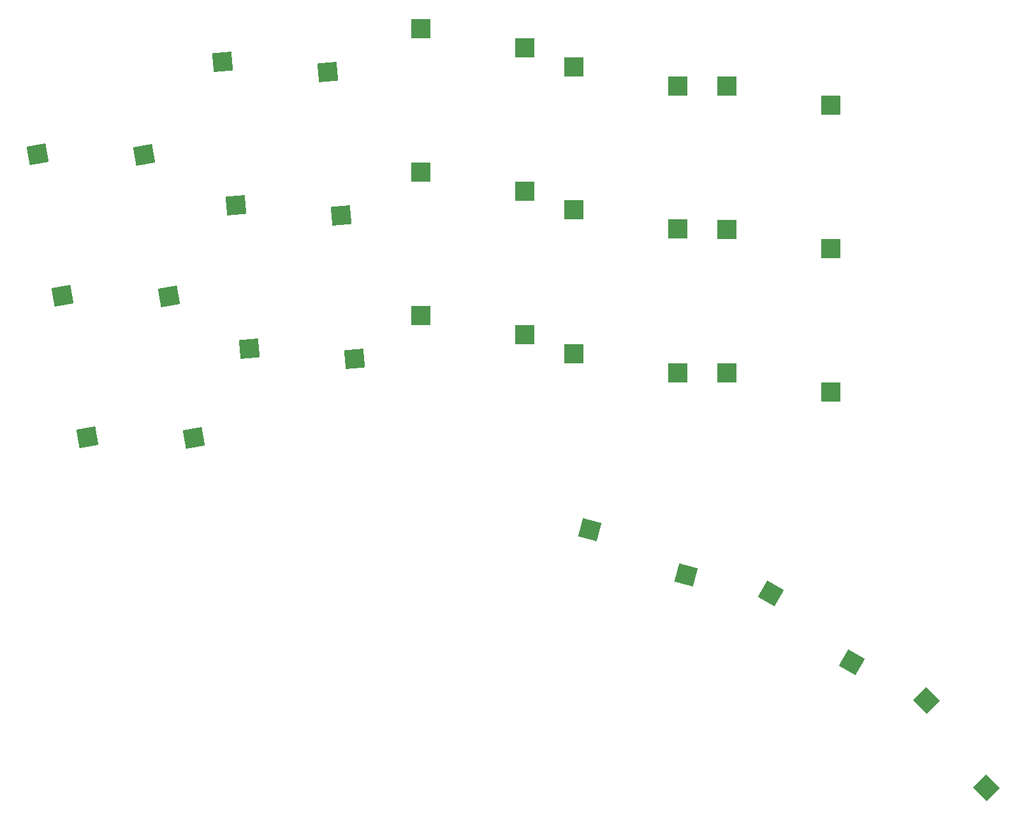
<source format=gtp>
%TF.GenerationSoftware,KiCad,Pcbnew,(6.0.7)*%
%TF.CreationDate,2022-09-04T15:55:50+05:30*%
%TF.ProjectId,burp_fart,62757270-5f66-4617-9274-2e6b69636164,rev?*%
%TF.SameCoordinates,Original*%
%TF.FileFunction,Paste,Top*%
%TF.FilePolarity,Positive*%
%FSLAX46Y46*%
G04 Gerber Fmt 4.6, Leading zero omitted, Abs format (unit mm)*
G04 Created by KiCad (PCBNEW (6.0.7)) date 2022-09-04 15:55:50*
%MOMM*%
%LPD*%
G01*
G04 APERTURE LIST*
G04 Aperture macros list*
%AMRotRect*
0 Rectangle, with rotation*
0 The origin of the aperture is its center*
0 $1 length*
0 $2 width*
0 $3 Rotation angle, in degrees counterclockwise*
0 Add horizontal line*
21,1,$1,$2,0,0,$3*%
G04 Aperture macros list end*
%ADD10RotRect,2.550000X2.500000X135.000000*%
%ADD11R,2.550000X2.500000*%
%ADD12RotRect,2.550000X2.500000X150.000000*%
%ADD13RotRect,2.550000X2.500000X185.000000*%
%ADD14RotRect,2.550000X2.500000X190.000000*%
%ADD15RotRect,2.550000X2.500000X165.000000*%
G04 APERTURE END LIST*
D10*
%TO.C,R_SW__T1*%
X147603778Y-128771676D03*
X139606401Y-117182196D03*
%TD*%
D11*
%TO.C,R_SW__03*%
X106620000Y-73660000D03*
X92770000Y-71120000D03*
%TD*%
D12*
%TO.C,R_SW__T2*%
X129717152Y-112080295D03*
X118992700Y-102955591D03*
%TD*%
D11*
%TO.C,R_SW__22*%
X86300000Y-30480000D03*
X72450000Y-27940000D03*
%TD*%
D13*
%TO.C,R_SW__21*%
X60141856Y-33640768D03*
X46123184Y-32317541D03*
%TD*%
%TO.C,R_SW__01*%
X63697856Y-71740768D03*
X49679184Y-70417541D03*
%TD*%
D11*
%TO.C,R_SW__12*%
X86300000Y-49530000D03*
X72450000Y-46990000D03*
%TD*%
D14*
%TO.C,R_SW__20*%
X35706080Y-44699808D03*
X21625426Y-44603424D03*
%TD*%
D11*
%TO.C,R_SW__13*%
X106620000Y-54490000D03*
X92770000Y-51950000D03*
%TD*%
%TO.C,R_SW__23*%
X106620000Y-35560000D03*
X92770000Y-33020000D03*
%TD*%
%TO.C,R_SW__02*%
X86300000Y-68580000D03*
X72450000Y-66040000D03*
%TD*%
D14*
%TO.C,R_SW__00*%
X42310080Y-82291808D03*
X28229426Y-82195424D03*
%TD*%
%TO.C,R_SW__10*%
X39008080Y-63495808D03*
X24927426Y-63399424D03*
%TD*%
D13*
%TO.C,R_SW__11*%
X61919856Y-52690768D03*
X47901184Y-51367541D03*
%TD*%
D11*
%TO.C,R_SW__14*%
X126940000Y-57150000D03*
X113090000Y-54610000D03*
%TD*%
%TO.C,R_SW__04*%
X126940000Y-76200000D03*
X113090000Y-73660000D03*
%TD*%
D15*
%TO.C,R_SW__T3*%
X107659800Y-100503220D03*
X94939127Y-94465125D03*
%TD*%
D11*
%TO.C,R_SW__24*%
X126940000Y-38100000D03*
X113090000Y-35560000D03*
%TD*%
M02*

</source>
